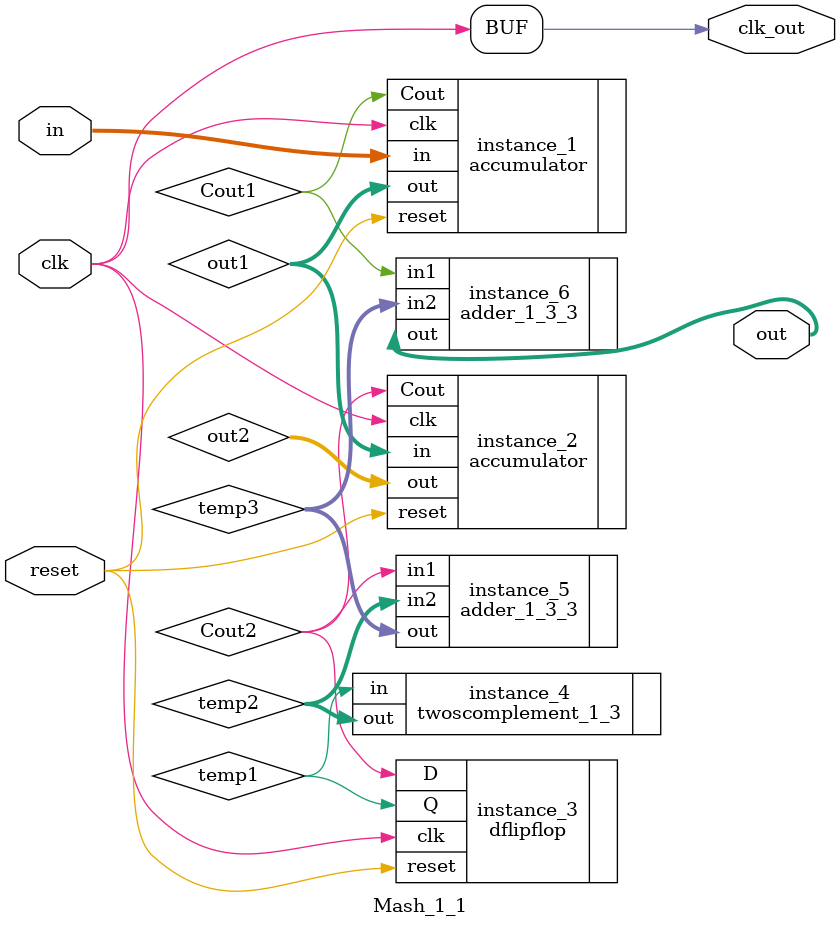
<source format=v>
`timescale 1ns / 1ps


module Mash_1_1 #(parameter N=3) (input clk,input reset,input [N-1:0] in,output [2:0] out,output clk_out

    );
    wire Cout1,Cout2;
    wire [N-1:0] out1,out2;
    wire temp1;
    wire [2:0] temp2;
    wire [2:0] temp3;
//    ClockDivider instance_7(.reset(reset),.clk_in(clk),.clk_out(clk_out));
assign clk_out=clk;
    accumulator instance_1(.clk(clk_out),.reset(reset),.in(in),.out(out1),.Cout(Cout1));
    accumulator instance_2(.clk(clk_out),.reset(reset),.in(out1),.out(out2),.Cout(Cout2));
    dflipflop instance_3(.clk(clk_out),.reset(reset),.D(Cout2),.Q(temp1));
    twoscomplement_1_3 instance_4(.in(temp1),.out(temp2));
    adder_1_3_3 instance_5(.in1(Cout2),.in2(temp2),.out(temp3));
    adder_1_3_3 instance_6(.in1(Cout1),.in2(temp3),.out(out));
 endmodule

</source>
